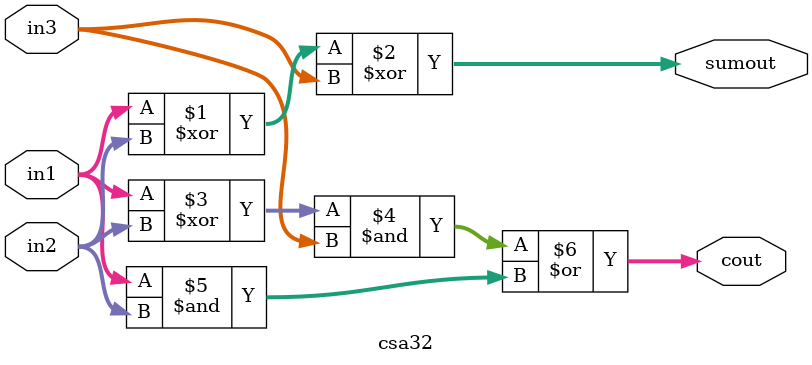
<source format=v>
module csa32(cout,sumout,in1,in2,in3);
input[31:0]in1,in2,in3;
output[31:0]cout,sumout;
assign sumout=(in1^in2)^in3;
assign cout=((in1^in2)&in3)|(in1&in2);
endmodule

</source>
